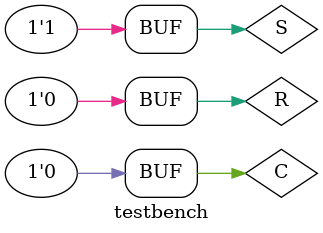
<source format=sv>

module testbench;
reg S,R,C;
wire Qb,Q;
initial 
  begin 
  	$dumpfile ("dump.vcd");
  	$dumpvars(1, testbench);
	C= 1'b1;
	repeat(3)
      #100 C=~C;
	end
	initial 
      begin 
		S=1'b1;
		repeat(10) 
          #25 S=~S;
		end
	initial 
      begin 
		R=1'b0;
		repeat (20) 
          #15 R=~R;
		end

  SR_Latch N1(S,R,C,Qb,Q);
endmodule

</source>
